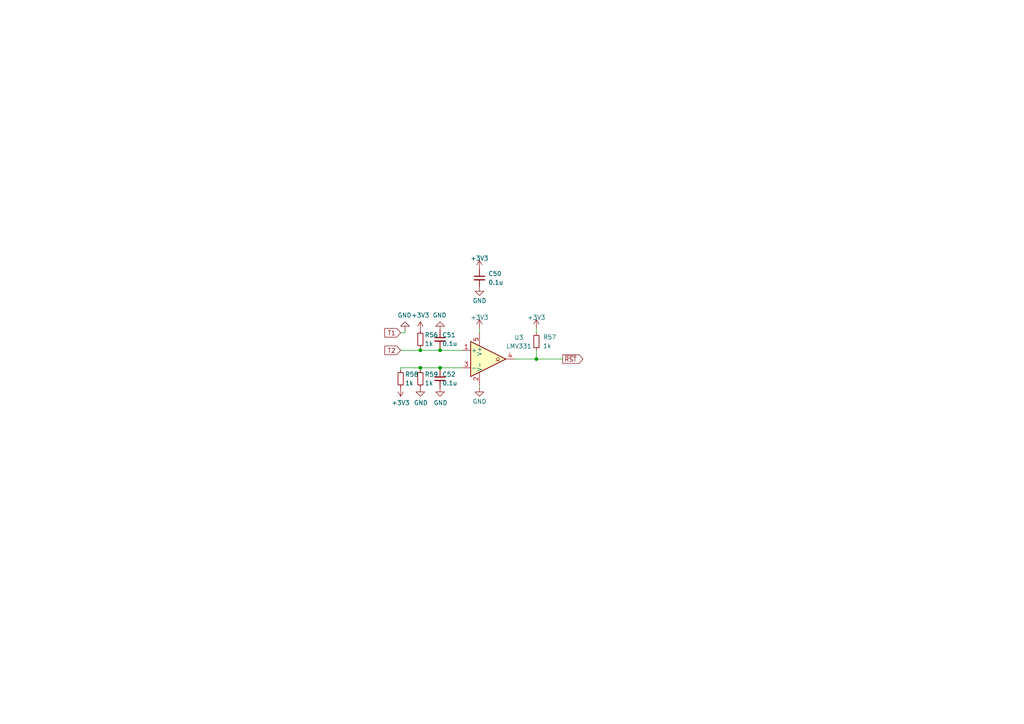
<source format=kicad_sch>
(kicad_sch (version 20231120) (generator "eeschema") (generator_version "8.0")
  (paper "A4")
  (lib_symbols
    (symbol "Comparator:LMV331" (pin_names (offset 0.127))
      (property "Reference" "U" (at 1.27 5.08 0))
      (property "Value" "LMV331" (at 3.81 -5.08 0))
      (symbol "LMV331_0_1"
        (polyline (pts (xy -5.08 5.08) (xy 5.08 0) (xy -5.08 -5.08) (xy -5.08 5.08)) (stroke (width 0.254)) (fill (type background)))
        (polyline (pts (xy 3.302 -0.508) (xy 2.794 -0.508) (xy 3.302 0) (xy 2.794 0.508) (xy 2.286 0) (xy 2.794 -0.508) (xy 2.286 -0.508)) (stroke (width 0.127)))
      )
      (symbol "LMV331_1_1"
        (pin input line (at -7.62 2.54 0) (length 2.54) (name "+") (number "1"))
        (pin power_in line (at -2.54 -7.62 90) (length 3.81) (name "V-") (number "2"))
        (pin input line (at -7.62 -2.54 0) (length 2.54) (name "-") (number "3"))
        (pin open_collector line (at 7.62 0 180) (length 2.54) (name "~") (number "4"))
        (pin power_in line (at -2.54 7.62 270) (length 3.81) (name "V+") (number "5"))
      )
    )
    (symbol "Device:C_Small" (pin_numbers hide) (pin_names (offset 0.254) hide)
      (property "Reference" "C" (at 0.254 1.778 0))
      (property "Value" "C_Small" (at 0.254 -2.032 0))
      (symbol "C_Small_0_1"
        (polyline (pts (xy -1.524 -0.508) (xy 1.524 -0.508)) (stroke (width 0.3302)))
        (polyline (pts (xy -1.524 0.508) (xy 1.524 0.508)) (stroke (width 0.3048)))
      )
      (symbol "C_Small_1_1"
        (pin passive line (at 0 2.54 270) (length 2.032) (name "~") (number "1"))
        (pin passive line (at 0 -2.54 90) (length 2.032) (name "~") (number "2"))
      )
    )
    (symbol "Device:R_Small" (pin_numbers hide) (pin_names (offset 0.254) hide)
      (property "Reference" "R" (at 0.762 0.508 0))
      (property "Value" "R_Small" (at 0.762 -1.016 0))
      (symbol "R_Small_0_1"
        (rectangle (start -0.762 1.778) (end 0.762 -1.778) (stroke (width 0.2032)))
      )
      (symbol "R_Small_1_1"
        (pin passive line (at 0 2.54 270) (length 0.762) (name "~") (number "1"))
        (pin passive line (at 0 -2.54 90) (length 0.762) (name "~") (number "2"))
      )
    )
    (symbol "power:+3.3V" (power) (pin_names (offset 0))
      (property "Value" "+3.3V" (at 0 3.556 0))
      (symbol "+3.3V_0_1"
        (polyline (pts (xy -0.762 1.27) (xy 0 2.54)))
        (polyline (pts (xy 0 0) (xy 0 2.54)))
        (polyline (pts (xy 0 2.54) (xy 0.762 1.27)))
      )
      (symbol "+3.3V_1_1"
        (pin power_in line (at 0 0 90) (length 0) hide (name "+3.3V") (number "1"))
      )
    )
    (symbol "power:GND" (power) (pin_names (offset 0))
      (property "Value" "GND" (at 0 -3.81 0))
      (symbol "GND_0_1"
        (polyline (pts (xy 0 0) (xy 0 -1.27) (xy 1.27 -1.27) (xy 0 -2.54) (xy -1.27 -1.27) (xy 0 -1.27)))
      )
      (symbol "GND_1_1"
        (pin power_in line (at 0 0 270) (length 0) hide (name "GND") (number "1"))
      )
    )
  )
  (junction (at 121.92 101.6))
  (junction (at 127.635 101.6))
  (junction (at 121.92 106.68))
  (junction (at 155.575 104.14))
  (junction (at 127.635 106.68))
  (wire (pts (xy 127.635 101.6) (xy 127.635 100.965)))
  (wire (pts (xy 117.475 96.52) (xy 117.475 95.885)))
  (wire (pts (xy 133.985 101.6) (xy 127.635 101.6)))
  (wire (pts (xy 139.065 95.25) (xy 139.065 96.52)))
  (wire (pts (xy 116.205 106.68) (xy 121.92 106.68)))
  (wire (pts (xy 155.575 104.14) (xy 163.195 104.14)))
  (wire (pts (xy 121.92 106.68) (xy 127.635 106.68)))
  (wire (pts (xy 155.575 96.52) (xy 155.575 95.25)))
  (wire (pts (xy 139.065 112.395) (xy 139.065 111.76)))
  (wire (pts (xy 121.92 100.965) (xy 121.92 101.6)))
  (wire (pts (xy 116.205 106.68) (xy 116.205 107.315)))
  (wire (pts (xy 116.205 101.6) (xy 121.92 101.6)))
  (wire (pts (xy 127.635 106.68) (xy 133.985 106.68)))
  (wire (pts (xy 149.225 104.14) (xy 155.575 104.14)))
  (wire (pts (xy 127.635 107.315) (xy 127.635 106.68)))
  (wire (pts (xy 155.575 104.14) (xy 155.575 101.6)))
  (wire (pts (xy 121.92 106.68) (xy 121.92 107.315)))
  (wire (pts (xy 121.92 101.6) (xy 127.635 101.6)))
  (wire (pts (xy 116.205 96.52) (xy 117.475 96.52)))
  (global_label "T1" (shape input) (at 116.205 96.52 180) (property "Intersheetrefs" "${INTERSHEET_REFS}" (effects (hide yes))))
  (global_label "~{RST}" (shape output) (at 163.195 104.14 0) (property "Intersheetrefs" "${INTERSHEET_REFS}" (effects (hide yes))))
  (global_label "T2" (shape input) (at 116.205 101.6 180) (property "Intersheetrefs" "${INTERSHEET_REFS}" (effects (hide yes))))
  (symbol (lib_id "Device:R_Small") (at 155.575 99.06 0) (unit 1)
    (property "Reference" "R57" (at 157.48 97.79 0) (effects (justify left)))
    (property "Value" "1k" (at 157.48 100.33 0) (effects (justify left)))
    (property "Footprint" "Resistor_SMD:R_0805_2012Metric_Pad1.20x1.40mm_HandSolder" (effects (hide yes)))
    (property "Description" "Resistor, small symbol" (effects (hide yes)))
  )
  (symbol (lib_id "Comparator:LMV331") (at 141.605 104.14 0) (unit 1)
    (property "Reference" "U3" (at 150.495 97.8805 0))
    (property "Value" "LMV331" (at 150.495 100.4205 0))
    (property "Footprint" "Package_TO_SOT_SMD:SOT-23-5_HandSoldering" (effects (hide yes)))
    (property "Datasheet" "http://www.ti.com/lit/ds/symlink/lmv331.pdf" (effects (hide yes)))
    (property "Description" "Single General-Purpose Low-Voltage Comparator, SOT-23-5/SC-70-5" (effects (hide yes)))
  )
  (symbol (lib_id "Device:C_Small") (at 127.635 98.425 0) (unit 1)
    (property "Reference" "C51" (at 128.27 97.155 0) (effects (justify left)))
    (property "Value" "0.1u" (at 128.27 99.695 0) (effects (justify left)))
    (property "Footprint" "Capacitor_SMD:C_0805_2012Metric_Pad1.18x1.45mm_HandSolder" (effects (hide yes)))
    (property "Description" "Unpolarized capacitor, small symbol" (effects (hide yes)))
  )
  (symbol (lib_id "Device:C_Small") (at 127.635 109.855 0) (unit 1)
    (property "Reference" "C52" (at 128.27 108.585 0) (effects (justify left)))
    (property "Value" "0.1u" (at 128.27 111.125 0) (effects (justify left)))
    (property "Footprint" "Capacitor_SMD:C_0805_2012Metric_Pad1.18x1.45mm_HandSolder" (effects (hide yes)))
    (property "Description" "Unpolarized capacitor, small symbol" (effects (hide yes)))
  )
  (symbol (lib_id "power:GND") (at 139.065 83.185 0) (unit 1)
    (property "Reference" "#PWR062" (effects (hide yes)))
    (property "Value" "GND" (at 137.033 87.249 0) (effects (justify left)))
  )
  (symbol (lib_id "power:GND") (at 139.065 112.395 0) (unit 1)
    (property "Reference" "#PWR071" (effects (hide yes)))
    (property "Value" "GND" (at 137.033 116.459 0) (effects (justify left)))
  )
  (symbol (lib_id "Device:R_Small") (at 116.205 109.855 180) (unit 1)
    (property "Reference" "R58" (at 117.475 108.585 0) (effects (justify right)))
    (property "Value" "1k" (at 117.475 111.125 0) (effects (justify right)))
    (property "Footprint" "Resistor_SMD:R_0805_2012Metric_Pad1.20x1.40mm_HandSolder" (effects (hide yes)))
    (property "Description" "Resistor, small symbol" (effects (hide yes)))
  )
  (symbol (lib_id "power:GND") (at 127.635 112.395 0) (unit 1)
    (property "Reference" "#PWR070" (effects (hide yes)))
    (property "Value" "GND" (at 125.73 116.84 0) (effects (justify left)))
  )
  (symbol (lib_id "power:GND") (at 117.475 95.885 180) (unit 1)
    (property "Reference" "#PWR065" (effects (hide yes)))
    (property "Value" "GND" (at 119.38 91.44 0) (effects (justify left)))
  )
  (symbol (lib_id "Device:C_Small") (at 139.065 80.645 0) (unit 1)
    (property "Reference" "C50" (at 141.605 79.3813 0) (effects (justify left)))
    (property "Value" "0.1u" (at 141.605 81.9213 0) (effects (justify left)))
    (property "Footprint" "Capacitor_SMD:C_0805_2012Metric_Pad1.18x1.45mm_HandSolder" (effects (hide yes)))
    (property "Description" "Unpolarized capacitor, small symbol" (effects (hide yes)))
  )
  (symbol (lib_id "power:+3.3V") (at 139.065 95.25 0) (unit 1)
    (property "Reference" "#PWR063" (effects (hide yes)))
    (property "Value" "+3V3" (at 139.065 92.075 0))
  )
  (symbol (lib_id "power:+3.3V") (at 121.92 95.885 0) (unit 1)
    (property "Reference" "#PWR066" (effects (hide yes)))
    (property "Value" "+3V3" (at 121.92 91.44 0))
  )
  (symbol (lib_id "power:GND") (at 127.635 95.885 180) (unit 1)
    (property "Reference" "#PWR067" (effects (hide yes)))
    (property "Value" "GND" (at 129.54 91.44 0) (effects (justify left)))
  )
  (symbol (lib_id "power:+3.3V") (at 155.575 95.25 0) (unit 1)
    (property "Reference" "#PWR064" (effects (hide yes)))
    (property "Value" "+3V3" (at 155.575 92.075 0))
  )
  (symbol (lib_id "power:+3.3V") (at 116.205 112.395 180) (unit 1)
    (property "Reference" "#PWR068" (effects (hide yes)))
    (property "Value" "+3V3" (at 116.205 116.84 0))
  )
  (symbol (lib_id "Device:R_Small") (at 121.92 98.425 0) (unit 1)
    (property "Reference" "R56" (at 123.19 97.155 0) (effects (justify left)))
    (property "Value" "1k" (at 123.19 99.695 0) (effects (justify left)))
    (property "Footprint" "Resistor_SMD:R_0805_2012Metric_Pad1.20x1.40mm_HandSolder" (effects (hide yes)))
    (property "Description" "Resistor, small symbol" (effects (hide yes)))
  )
  (symbol (lib_id "power:+3.3V") (at 139.065 78.105 0) (unit 1)
    (property "Reference" "#PWR061" (effects (hide yes)))
    (property "Value" "+3V3" (at 139.065 74.93 0))
  )
  (symbol (lib_id "power:GND") (at 121.92 112.395 0) (unit 1)
    (property "Reference" "#PWR069" (effects (hide yes)))
    (property "Value" "GND" (at 120.015 116.84 0) (effects (justify left)))
  )
  (symbol (lib_id "Device:R_Small") (at 121.92 109.855 0) (unit 1)
    (property "Reference" "R59" (at 123.19 108.585 0) (effects (justify left)))
    (property "Value" "1k" (at 123.19 111.125 0) (effects (justify left)))
    (property "Footprint" "Resistor_SMD:R_0805_2012Metric_Pad1.20x1.40mm_HandSolder" (effects (hide yes)))
    (property "Description" "Resistor, small symbol" (effects (hide yes)))
  )
)
</source>
